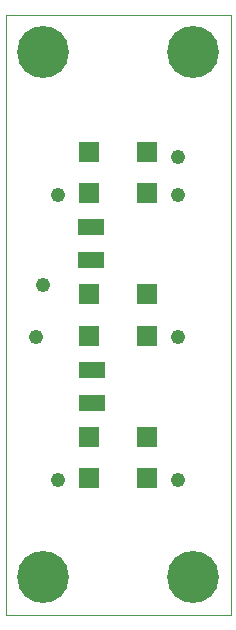
<source format=gts>
%FSLAX25Y25*%
%MOIN*%
G70*
G01*
G75*
G04 Layer_Color=128*
%ADD10R,0.05906X0.05906*%
%ADD11R,0.08000X0.05000*%
%ADD12C,0.02500*%
%ADD13C,0.00100*%
%ADD14C,0.16500*%
%ADD15C,0.04000*%
%ADD16R,0.17716X0.12205*%
%ADD17C,0.01000*%
%ADD18R,0.04906X0.04906*%
%ADD19R,0.07000X0.04000*%
%ADD20R,0.16716X0.11205*%
%ADD21R,0.06706X0.06706*%
%ADD22R,0.08800X0.05800*%
%ADD23C,0.17300*%
%ADD24C,0.04800*%
D13*
X500000Y400000D02*
Y600000D01*
Y400000D02*
X575000D01*
Y600000D01*
X500000D02*
X575000D01*
D21*
X547146Y554390D02*
D03*
Y540610D02*
D03*
X527854Y554390D02*
D03*
Y540610D02*
D03*
X547146Y506890D02*
D03*
Y493110D02*
D03*
X527854Y506890D02*
D03*
Y493110D02*
D03*
X547146Y459390D02*
D03*
Y445610D02*
D03*
X527854Y459390D02*
D03*
Y445610D02*
D03*
D22*
X528300Y529200D02*
D03*
Y518200D02*
D03*
X528600Y481700D02*
D03*
Y470700D02*
D03*
D23*
X512500Y587500D02*
D03*
X562500D02*
D03*
X512500Y412500D02*
D03*
X562500D02*
D03*
D24*
X557500Y552500D02*
D03*
Y540000D02*
D03*
X517500Y445000D02*
D03*
X557500D02*
D03*
X512500Y510000D02*
D03*
X517500Y540000D02*
D03*
X510000Y492500D02*
D03*
X557500D02*
D03*
M02*

</source>
